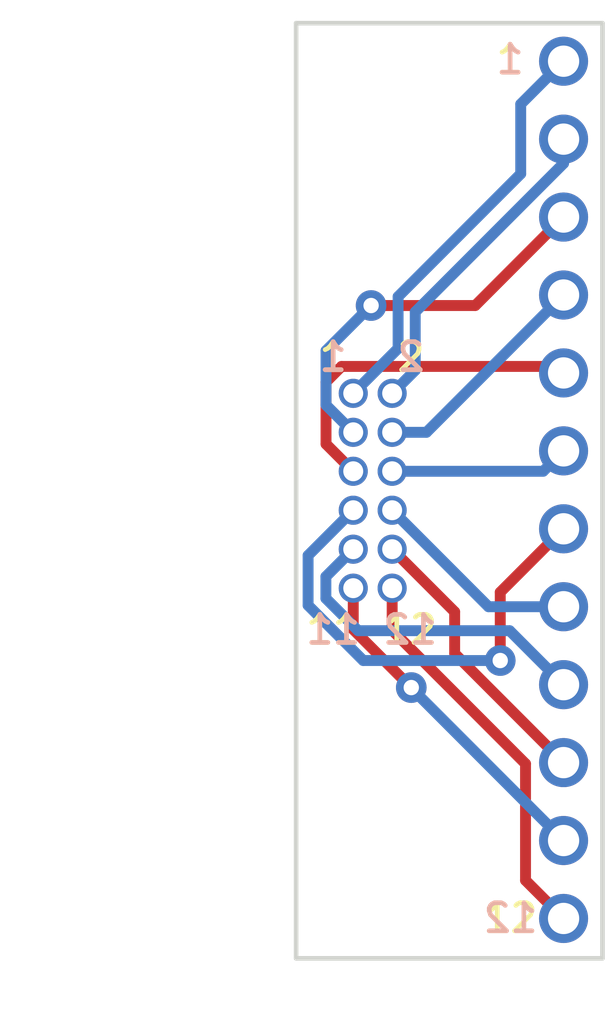
<source format=kicad_pcb>
(kicad_pcb (version 20171130) (host pcbnew "(5.1.6)-1")

  (general
    (thickness 1.6)
    (drawings 37)
    (tracks 50)
    (zones 0)
    (modules 4)
    (nets 13)
  )

  (page A4)
  (layers
    (0 F.Cu signal)
    (31 B.Cu signal)
    (32 B.Adhes user)
    (33 F.Adhes user)
    (34 B.Paste user)
    (35 F.Paste user)
    (36 B.SilkS user)
    (37 F.SilkS user)
    (38 B.Mask user)
    (39 F.Mask user)
    (40 Dwgs.User user)
    (41 Cmts.User user)
    (42 Eco1.User user)
    (43 Eco2.User user)
    (44 Edge.Cuts user)
    (45 Margin user)
    (46 B.CrtYd user)
    (47 F.CrtYd user hide)
    (48 B.Fab user)
    (49 F.Fab user hide)
  )

  (setup
    (last_trace_width 0.3556)
    (trace_clearance 0.2032)
    (zone_clearance 0.1524)
    (zone_45_only no)
    (trace_min 0.2)
    (via_size 1)
    (via_drill 0.5)
    (via_min_size 0.4)
    (via_min_drill 0.3)
    (uvia_size 0.3)
    (uvia_drill 0.1)
    (uvias_allowed no)
    (uvia_min_size 0.2)
    (uvia_min_drill 0.1)
    (edge_width 0.15)
    (segment_width 0.15)
    (pcb_text_width 0.3)
    (pcb_text_size 1.5 1.5)
    (mod_edge_width 0.15)
    (mod_text_size 1 1)
    (mod_text_width 0.15)
    (pad_size 3.2 3.2)
    (pad_drill 3.2)
    (pad_to_mask_clearance 0.2)
    (aux_axis_origin 0 0)
    (grid_origin 50 117.01)
    (visible_elements 7FFFFF7F)
    (pcbplotparams
      (layerselection 0x010f0_ffffffff)
      (usegerberextensions true)
      (usegerberattributes false)
      (usegerberadvancedattributes false)
      (creategerberjobfile false)
      (excludeedgelayer true)
      (linewidth 0.100000)
      (plotframeref false)
      (viasonmask false)
      (mode 1)
      (useauxorigin false)
      (hpglpennumber 1)
      (hpglpenspeed 20)
      (hpglpendiameter 15.000000)
      (psnegative false)
      (psa4output false)
      (plotreference true)
      (plotvalue true)
      (plotinvisibletext false)
      (padsonsilk false)
      (subtractmaskfromsilk true)
      (outputformat 1)
      (mirror false)
      (drillshape 0)
      (scaleselection 1)
      (outputdirectory "gerber/"))
  )

  (net 0 "")
  (net 1 /1)
  (net 2 /2)
  (net 3 /3)
  (net 4 /4)
  (net 5 /5)
  (net 6 /6)
  (net 7 /7)
  (net 8 /8)
  (net 9 /9)
  (net 10 /11)
  (net 11 /10)
  (net 12 /12)

  (net_class Default "これはデフォルトのネット クラスです。"
    (clearance 0.2032)
    (trace_width 0.3556)
    (via_dia 1)
    (via_drill 0.5)
    (uvia_dia 0.3)
    (uvia_drill 0.1)
    (add_net /1)
    (add_net /10)
    (add_net /11)
    (add_net /12)
    (add_net /2)
    (add_net /3)
    (add_net /4)
    (add_net /5)
    (add_net /6)
    (add_net /7)
    (add_net /8)
    (add_net /9)
  )

  (module user:USER_DILhalf_6X2_NoSilk (layer F.Cu) (tedit 5F2A9F39) (tstamp 5F2B1213)
    (at 52.5 132.25)
    (path /5C2842FE)
    (fp_text reference J1 (at 0 -4.445) (layer Dwgs.User) hide
      (effects (font (size 1.016 1.016) (thickness 0.1778)))
    )
    (fp_text value 1.27_2x6P (at 0 4.445) (layer Dwgs.User) hide
      (effects (font (size 0.9144 0.9144) (thickness 0.1524)))
    )
    (fp_line (start 2.5 6.91) (end 2.5 -6.91) (layer Dwgs.User) (width 0.15))
    (fp_line (start 2.5 -6.91) (end -2.5 -6.91) (layer Dwgs.User) (width 0.15))
    (fp_line (start -2.5 -6.91) (end -2.5 6.91) (layer Dwgs.User) (width 0.15))
    (fp_line (start -2.5 6.91) (end 2.5 6.91) (layer Dwgs.User) (width 0.15))
    (fp_line (start -1.27 -3.81) (end 1.27 -3.81) (layer Dwgs.User) (width 0.1))
    (fp_line (start -1.27 3.81) (end -1.27 -3.81) (layer Dwgs.User) (width 0.1))
    (fp_line (start 1.27 3.81) (end -1.27 3.81) (layer Dwgs.User) (width 0.1))
    (fp_line (start 1.27 -3.81) (end 1.27 3.81) (layer Dwgs.User) (width 0.1))
    (pad 1 thru_hole circle (at -0.635 -3.175) (size 0.95 0.95) (drill 0.65) (layers *.Cu *.Mask)
      (net 1 /1))
    (pad 2 thru_hole circle (at 0.635 -3.175) (size 0.95 0.95) (drill 0.65) (layers *.Cu *.Mask)
      (net 2 /2))
    (pad 3 thru_hole circle (at -0.635 -1.905) (size 0.95 0.95) (drill 0.65) (layers *.Cu *.Mask)
      (net 3 /3))
    (pad 4 thru_hole circle (at 0.635 -1.905) (size 0.95 0.95) (drill 0.65) (layers *.Cu *.Mask)
      (net 4 /4))
    (pad 5 thru_hole circle (at -0.635 -0.635) (size 0.95 0.95) (drill 0.65) (layers *.Cu *.Mask)
      (net 5 /5))
    (pad 6 thru_hole circle (at 0.635 -0.635) (size 0.95 0.95) (drill 0.65) (layers *.Cu *.Mask)
      (net 6 /6))
    (pad 7 thru_hole circle (at -0.635 0.635) (size 0.95 0.95) (drill 0.65) (layers *.Cu *.Mask)
      (net 7 /7))
    (pad 8 thru_hole circle (at 0.635 0.635) (size 0.95 0.95) (drill 0.65) (layers *.Cu *.Mask)
      (net 8 /8))
    (pad 9 thru_hole circle (at -0.635 1.905) (size 0.95 0.95) (drill 0.65) (layers *.Cu *.Mask)
      (net 9 /9))
    (pad 11 thru_hole circle (at -0.635 3.175) (size 0.95 0.95) (drill 0.65) (layers *.Cu *.Mask)
      (net 10 /11))
    (pad 10 thru_hole circle (at 0.635 1.905) (size 0.95 0.95) (drill 0.65) (layers *.Cu *.Mask)
      (net 11 /10))
    (pad 12 thru_hole circle (at 0.635 3.175) (size 0.95 0.95) (drill 0.65) (layers *.Cu *.Mask)
      (net 12 /12))
  )

  (module user:USER_SIL-12_NoSilk (layer F.Cu) (tedit 5F2AA7C7) (tstamp 5F2B122A)
    (at 58.73 132.22 270)
    (descr "Connecteur 3 pins")
    (tags "CONN DEV")
    (path /5C285000)
    (fp_text reference J2 (at 0 -2.54 90) (layer Dwgs.User) hide
      (effects (font (size 1.016 1.016) (thickness 0.1778)))
    )
    (fp_text value 2.54_1x12P (at 0 2.54 90) (layer Dwgs.User) hide
      (effects (font (size 1.016 1.016) (thickness 0.1778)))
    )
    (fp_line (start 15.24 1.27) (end -15.24 1.27) (layer Dwgs.User) (width 0.3048))
    (fp_line (start 15.24 -1.27) (end 15.24 1.27) (layer Dwgs.User) (width 0.3048))
    (fp_line (start -15.24 -1.27) (end 15.24 -1.27) (layer Dwgs.User) (width 0.3048))
    (fp_line (start -15.24 1.27) (end -15.24 -1.27) (layer Dwgs.User) (width 0.3048))
    (pad 12 thru_hole circle (at 13.97 0 270) (size 1.6 1.6) (drill 1.02) (layers *.Cu *.Mask)
      (net 12 /12))
    (pad 11 thru_hole circle (at 11.43 0 270) (size 1.6 1.6) (drill 1.02) (layers *.Cu *.Mask)
      (net 10 /11))
    (pad 2 thru_hole circle (at -11.43 0 270) (size 1.6 1.6) (drill 1.02) (layers *.Cu *.Mask)
      (net 2 /2))
    (pad 3 thru_hole circle (at -8.89 0 270) (size 1.6 1.6) (drill 1.02) (layers *.Cu *.Mask)
      (net 3 /3))
    (pad 4 thru_hole circle (at -6.35 0 270) (size 1.6 1.6) (drill 1.02) (layers *.Cu *.Mask)
      (net 4 /4))
    (pad 5 thru_hole circle (at -3.81 0 270) (size 1.6 1.6) (drill 1.02) (layers *.Cu *.Mask)
      (net 5 /5))
    (pad 6 thru_hole circle (at -1.27 0 270) (size 1.6 1.6) (drill 1.02) (layers *.Cu *.Mask)
      (net 6 /6))
    (pad 7 thru_hole circle (at 1.27 0 270) (size 1.6 1.6) (drill 1.02) (layers *.Cu *.Mask)
      (net 7 /7))
    (pad 1 thru_hole circle (at -13.97 0 270) (size 1.6 1.6) (drill 1.02) (layers *.Cu *.Mask)
      (net 1 /1))
    (pad 8 thru_hole circle (at 3.81 0 270) (size 1.6 1.6) (drill 1.02) (layers *.Cu *.Mask)
      (net 8 /8))
    (pad 9 thru_hole circle (at 6.35 0 270) (size 1.6 1.6) (drill 1.02) (layers *.Cu *.Mask)
      (net 9 /9))
    (pad 10 thru_hole circle (at 8.89 0 270) (size 1.6 1.6) (drill 1.02) (layers *.Cu *.Mask)
      (net 11 /10))
  )

  (module MountingHole:MountingHole_3.2mm_M3 (layer F.Cu) (tedit 56D1B4CB) (tstamp 5F2B1492)
    (at 53.5 119.73)
    (descr "Mounting Hole 3.2mm, no annular, M3")
    (tags "mounting hole 3.2mm no annular m3")
    (path /5F2AEC3D)
    (attr virtual)
    (fp_text reference H1 (at 0 -4.2) (layer Dwgs.User) hide
      (effects (font (size 1 1) (thickness 0.15)))
    )
    (fp_text value MountingHole (at 0 4.2) (layer F.Fab) hide
      (effects (font (size 1 1) (thickness 0.15)))
    )
    (fp_circle (center 0 0) (end 3.2 0) (layer Cmts.User) (width 0.15))
    (fp_circle (center 0 0) (end 3.45 0) (layer F.CrtYd) (width 0.05))
    (fp_text user %R (at 0.3 0) (layer F.Fab)
      (effects (font (size 1 1) (thickness 0.15)))
    )
    (pad 1 np_thru_hole circle (at 0 0) (size 3.2 3.2) (drill 3.2) (layers *.Cu *.Mask))
  )

  (module MountingHole:MountingHole_3.2mm_M3 (layer F.Cu) (tedit 56D1B4CB) (tstamp 5F2B149A)
    (at 53.5 144.73)
    (descr "Mounting Hole 3.2mm, no annular, M3")
    (tags "mounting hole 3.2mm no annular m3")
    (path /5F2AF2D5)
    (attr virtual)
    (fp_text reference H2 (at 0 -4.2) (layer Dwgs.User) hide
      (effects (font (size 1 1) (thickness 0.15)))
    )
    (fp_text value MountingHole (at 0 4.2) (layer F.Fab) hide
      (effects (font (size 1 1) (thickness 0.15)))
    )
    (fp_circle (center 0 0) (end 3.45 0) (layer F.CrtYd) (width 0.05))
    (fp_circle (center 0 0) (end 3.2 0) (layer Cmts.User) (width 0.15))
    (fp_text user %R (at 0.3 0) (layer F.Fab)
      (effects (font (size 1 1) (thickness 0.15)))
    )
    (pad 1 np_thru_hole circle (at 0 0) (size 3.2 3.2) (drill 3.2) (layers *.Cu *.Mask))
  )

  (dimension 30.48 (width 0.15) (layer Dwgs.User)
    (gr_text "30.480 mm" (at 46.922001 132.25 270) (layer Dwgs.User)
      (effects (font (size 1 1) (thickness 0.15)))
    )
    (feature1 (pts (xy 50 147.49) (xy 47.63558 147.49)))
    (feature2 (pts (xy 50 117.01) (xy 47.63558 117.01)))
    (crossbar (pts (xy 48.222001 117.01) (xy 48.222001 147.49)))
    (arrow1a (pts (xy 48.222001 147.49) (xy 47.63558 146.363496)))
    (arrow1b (pts (xy 48.222001 147.49) (xy 48.808422 146.363496)))
    (arrow2a (pts (xy 48.222001 117.01) (xy 47.63558 118.136504)))
    (arrow2b (pts (xy 48.222001 117.01) (xy 48.808422 118.136504)))
  )
  (dimension 25 (width 0.15) (layer Dwgs.User)
    (gr_text "25.000 mm" (at 44.001 132.23 90) (layer Dwgs.User)
      (effects (font (size 1 1) (thickness 0.15)))
    )
    (feature1 (pts (xy 53.5 119.73) (xy 44.714579 119.73)))
    (feature2 (pts (xy 53.5 144.73) (xy 44.714579 144.73)))
    (crossbar (pts (xy 45.301 144.73) (xy 45.301 119.73)))
    (arrow1a (pts (xy 45.301 119.73) (xy 45.887421 120.856504)))
    (arrow1b (pts (xy 45.301 119.73) (xy 44.714579 120.856504)))
    (arrow2a (pts (xy 45.301 144.73) (xy 45.887421 143.603496)))
    (arrow2b (pts (xy 45.301 144.73) (xy 44.714579 143.603496)))
  )
  (dimension 10.000045 (width 0.15) (layer Dwgs.User)
    (gr_text 10 (at 55.0084 150.275144 0.2) (layer Dwgs.User)
      (effects (font (size 1 1) (thickness 0.15)))
    )
    (feature1 (pts (xy 60 147.46) (xy 60.00626 149.546568)))
    (feature2 (pts (xy 50 147.49) (xy 50.00626 149.576568)))
    (crossbar (pts (xy 50.0045 148.99015) (xy 60.0045 148.96015)))
    (arrow1a (pts (xy 60.0045 148.96015) (xy 58.879761 149.549948)))
    (arrow1b (pts (xy 60.0045 148.96015) (xy 58.876242 148.377111)))
    (arrow2a (pts (xy 50.0045 148.99015) (xy 51.132758 149.573189)))
    (arrow2b (pts (xy 50.0045 148.99015) (xy 51.129239 148.400352)))
  )
  (gr_text 2.5 (at 51.308 138.43) (layer Dwgs.User)
    (effects (font (size 1 1) (thickness 0.15)))
  )
  (gr_line (start 52.49 138.238) (end 53.02 137.728) (angle 90) (layer F.CrtYd) (width 0.1) (tstamp 5F2B1F60))
  (gr_line (start 52.49 138.238) (end 53.04 138.768) (angle 90) (layer F.CrtYd) (width 0.1) (tstamp 5F2B1F5A))
  (gr_line (start 52.5 138.238) (end 54.28 138.238) (angle 90) (layer F.CrtYd) (width 0.1) (tstamp 5F2B1F63))
  (gr_line (start 50 138.248) (end 49.6 137.848) (angle 90) (layer F.CrtYd) (width 0.1) (tstamp 5F2B1F57))
  (gr_line (start 50.01 138.238) (end 49.6 138.628) (angle 90) (layer F.CrtYd) (width 0.1) (tstamp 5F2B1F54))
  (gr_line (start 50 138.238) (end 48.26 138.238) (angle 90) (layer F.CrtYd) (width 0.1) (tstamp 5F2B1F5D))
  (gr_line (start 50 132.22) (end 50 138.303) (angle 90) (layer F.CrtYd) (width 0.1))
  (gr_line (start 52.5 132.22) (end 52.5 138.303) (angle 90) (layer F.CrtYd) (width 0.1))
  (gr_text 1.27 (at 59.436 114.3) (layer F.CrtYd) (tstamp 5F2B1F97)
    (effects (font (size 1.016 1.016) (thickness 0.1778)))
  )
  (gr_line (start 60.01 115.811) (end 60.31 116.141) (angle 90) (layer F.CrtYd) (width 0.1) (tstamp 5F2B1FA9))
  (gr_line (start 60.03 115.831) (end 60.3 115.531) (angle 90) (layer F.CrtYd) (width 0.1) (tstamp 5F2B1FA0))
  (gr_line (start 60.01 115.821) (end 60.9 115.821) (angle 90) (layer F.CrtYd) (width 0.1) (tstamp 5F2B1F9D))
  (gr_line (start 58.73 115.821) (end 58.46 115.541) (angle 90) (layer F.CrtYd) (width 0.1) (tstamp 5F2B1FA6))
  (gr_line (start 58.73 115.821) (end 58.44 116.131) (angle 90) (layer F.CrtYd) (width 0.1) (tstamp 5F2B1F9A))
  (gr_line (start 58.72 115.821) (end 57.73 115.821) (angle 90) (layer F.CrtYd) (width 0.1) (tstamp 5F2B1FA3))
  (gr_line (start 60 118.237) (end 60 115.027) (angle 90) (layer F.CrtYd) (width 0.1))
  (gr_line (start 58.73 118.237) (end 58.73 115.027) (angle 90) (layer F.CrtYd) (width 0.1))
  (gr_line (start 50 147.49) (end 60 147.49) (angle 90) (layer Edge.Cuts) (width 0.15))
  (gr_line (start 50 117.01) (end 60 117.01) (angle 90) (layer Edge.Cuts) (width 0.15))
  (gr_line (start 50 117.01) (end 50 147.49) (angle 90) (layer Edge.Cuts) (width 0.15) (tstamp 5C285847))
  (gr_line (start 60 147.49) (end 60 117.01) (angle 90) (layer Edge.Cuts) (width 0.15) (tstamp 5C285845))
  (gr_text 1 (at 51.21 127.889) (layer F.SilkS) (tstamp 5C285843)
    (effects (font (size 0.9144 0.9144) (thickness 0.1524)))
  )
  (gr_text 2 (at 53.75 127.889) (layer F.SilkS) (tstamp 5C285842)
    (effects (font (size 0.9144 0.9144) (thickness 0.1524)))
  )
  (gr_text 11 (at 51.21 136.779) (layer F.SilkS) (tstamp 5C285841)
    (effects (font (size 0.9144 0.9144) (thickness 0.1524)))
  )
  (gr_text 12 (at 53.721 136.779) (layer F.SilkS) (tstamp 5F2B13AF)
    (effects (font (size 0.9144 0.9144) (thickness 0.1524)))
  )
  (gr_text 1 (at 56.985 118.193) (layer F.SilkS) (tstamp 5F2B1EF6)
    (effects (font (size 0.9144 0.9144) (thickness 0.1524)))
  )
  (gr_text 12 (at 57 146.177) (layer F.SilkS) (tstamp 5C28583E)
    (effects (font (size 0.9144 0.9144) (thickness 0.1524)))
  )
  (gr_text 1 (at 56.985 118.193) (layer B.SilkS) (tstamp 5C28583D)
    (effects (font (size 0.9144 0.9144) (thickness 0.1524)) (justify mirror))
  )
  (gr_text 12 (at 57 146.177) (layer B.SilkS) (tstamp 5F2B1EEF)
    (effects (font (size 0.9144 0.9144) (thickness 0.1524)) (justify mirror))
  )
  (gr_text 2 (at 53.75 127.889) (layer B.SilkS) (tstamp 5F2B1DCE)
    (effects (font (size 0.9144 0.9144) (thickness 0.1524)) (justify mirror))
  )
  (gr_text 1 (at 51.21 127.889) (layer B.SilkS) (tstamp 5C28583A)
    (effects (font (size 0.9144 0.9144) (thickness 0.1524)) (justify mirror))
  )
  (gr_text 11 (at 51.21 136.779) (layer B.SilkS) (tstamp 5C285839)
    (effects (font (size 0.9144 0.9144) (thickness 0.1524)) (justify mirror))
  )
  (gr_text 12 (at 53.721 136.779) (layer B.SilkS) (tstamp 5C285838)
    (effects (font (size 0.9144 0.9144) (thickness 0.1524)) (justify mirror))
  )

  (segment (start 51.865 129.075) (end 53.3291 127.6109) (width 0.3556) (layer B.Cu) (net 1))
  (segment (start 53.3291 127.6109) (end 53.3291 125.9227) (width 0.3556) (layer B.Cu) (net 1))
  (segment (start 53.3291 125.9227) (end 57.3315 121.9203) (width 0.3556) (layer B.Cu) (net 1))
  (segment (start 57.3315 121.9203) (end 57.3315 119.6485) (width 0.3556) (layer B.Cu) (net 1))
  (segment (start 57.3315 119.6485) (end 58.73 118.25) (width 0.3556) (layer B.Cu) (net 1))
  (segment (start 53.135 129.075) (end 53.8882 128.3218) (width 0.3556) (layer B.Cu) (net 2))
  (segment (start 53.8882 128.3218) (end 53.8882 126.4224) (width 0.3556) (layer B.Cu) (net 2))
  (segment (start 53.8882 126.4224) (end 58.73 121.5806) (width 0.3556) (layer B.Cu) (net 2))
  (segment (start 58.73 121.5806) (end 58.73 120.79) (width 0.3556) (layer B.Cu) (net 2))
  (segment (start 52.4478 126.2132) (end 50.9767 127.6843) (width 0.3556) (layer B.Cu) (net 3))
  (segment (start 50.9767 127.6843) (end 50.9767 129.4567) (width 0.3556) (layer B.Cu) (net 3))
  (segment (start 50.9767 129.4567) (end 51.865 130.345) (width 0.3556) (layer B.Cu) (net 3))
  (segment (start 58.73 123.33) (end 55.8468 126.2132) (width 0.3556) (layer F.Cu) (net 3))
  (segment (start 55.8468 126.2132) (end 52.4478 126.2132) (width 0.3556) (layer F.Cu) (net 3))
  (via (at 52.4478 126.2132) (size 1) (layers F.Cu B.Cu) (net 3))
  (segment (start 58.73 125.87) (end 54.255 130.345) (width 0.3556) (layer B.Cu) (net 4))
  (segment (start 54.255 130.345) (end 53.135 130.345) (width 0.3556) (layer B.Cu) (net 4))
  (segment (start 58.73 128.41) (end 58.5181 128.1981) (width 0.3556) (layer F.Cu) (net 5))
  (segment (start 58.5181 128.1981) (end 51.4822 128.1981) (width 0.3556) (layer F.Cu) (net 5))
  (segment (start 51.4822 128.1981) (end 50.9767 128.7036) (width 0.3556) (layer F.Cu) (net 5))
  (segment (start 50.9767 128.7036) (end 50.9767 130.7267) (width 0.3556) (layer F.Cu) (net 5))
  (segment (start 50.9767 130.7267) (end 51.865 131.615) (width 0.3556) (layer F.Cu) (net 5))
  (segment (start 58.73 130.95) (end 58.065 131.615) (width 0.3556) (layer B.Cu) (net 6))
  (segment (start 58.065 131.615) (end 53.135 131.615) (width 0.3556) (layer B.Cu) (net 6))
  (segment (start 58.73 133.49) (end 56.6628 135.5572) (width 0.3556) (layer F.Cu) (net 7))
  (segment (start 56.6628 135.5572) (end 56.6628 137.7834) (width 0.3556) (layer F.Cu) (net 7))
  (segment (start 51.865 132.885) (end 50.3914 134.3586) (width 0.3556) (layer B.Cu) (net 7))
  (segment (start 50.3914 134.3586) (end 50.3914 135.9835) (width 0.3556) (layer B.Cu) (net 7))
  (segment (start 50.3914 135.9835) (end 52.1913 137.7834) (width 0.3556) (layer B.Cu) (net 7))
  (segment (start 52.1913 137.7834) (end 56.6628 137.7834) (width 0.3556) (layer B.Cu) (net 7))
  (via (at 56.6628 137.7834) (size 1) (layers F.Cu B.Cu) (net 7))
  (segment (start 58.73 136.03) (end 56.28 136.03) (width 0.3556) (layer B.Cu) (net 8))
  (segment (start 56.28 136.03) (end 53.135 132.885) (width 0.3556) (layer B.Cu) (net 8))
  (segment (start 58.73 138.57) (end 56.9711 136.8111) (width 0.3556) (layer B.Cu) (net 9))
  (segment (start 56.9711 136.8111) (end 52.025 136.8111) (width 0.3556) (layer B.Cu) (net 9))
  (segment (start 52.025 136.8111) (end 50.9723 135.7584) (width 0.3556) (layer B.Cu) (net 9))
  (segment (start 50.9723 135.7584) (end 50.9723 135.0477) (width 0.3556) (layer B.Cu) (net 9))
  (segment (start 50.9723 135.0477) (end 51.865 134.155) (width 0.3556) (layer B.Cu) (net 9))
  (segment (start 53.7592 138.6647) (end 51.865 136.7705) (width 0.3556) (layer F.Cu) (net 10))
  (segment (start 51.865 136.7705) (end 51.865 135.425) (width 0.3556) (layer F.Cu) (net 10))
  (segment (start 58.73 143.65) (end 53.7592 138.6792) (width 0.3556) (layer B.Cu) (net 10))
  (segment (start 53.7592 138.6792) (end 53.7592 138.6647) (width 0.3556) (layer B.Cu) (net 10))
  (via (at 53.7592 138.6647) (size 1) (layers F.Cu B.Cu) (net 10))
  (segment (start 58.73 141.11) (end 55.1752 137.5552) (width 0.3556) (layer F.Cu) (net 11))
  (segment (start 55.1752 137.5552) (end 55.1752 136.1952) (width 0.3556) (layer F.Cu) (net 11))
  (segment (start 55.1752 136.1952) (end 53.135 134.155) (width 0.3556) (layer F.Cu) (net 11))
  (segment (start 58.73 146.19) (end 57.4883 144.9483) (width 0.3556) (layer F.Cu) (net 12))
  (segment (start 57.4883 144.9483) (end 57.4883 141.1475) (width 0.3556) (layer F.Cu) (net 12))
  (segment (start 57.4883 141.1475) (end 53.135 136.7942) (width 0.3556) (layer F.Cu) (net 12))
  (segment (start 53.135 136.7942) (end 53.135 135.425) (width 0.3556) (layer F.Cu) (net 12))

  (zone (net 0) (net_name "") (layers F&B.Cu) (tstamp 0) (hatch edge 0.508)
    (connect_pads (clearance 0.1524))
    (min_thickness 0.254)
    (keepout (tracks not_allowed) (vias not_allowed) (copperpour allowed))
    (fill (arc_segments 32) (thermal_gap 0.508) (thermal_bridge_width 0.508))
    (polygon
      (pts
        (xy 56.75 142.8) (xy 56.75 145.3) (xy 54.75 147.55) (xy 50 147.49) (xy 50 140.8)
        (xy 54.75 140.8)
      )
    )
  )
  (zone (net 0) (net_name "") (layers F&B.Cu) (tstamp 0) (hatch edge 0.508)
    (connect_pads (clearance 0.1524))
    (min_thickness 0.254)
    (keepout (tracks not_allowed) (vias not_allowed) (copperpour allowed))
    (fill (arc_segments 32) (thermal_gap 0.508) (thermal_bridge_width 0.508))
    (polygon
      (pts
        (xy 56.75 120.55) (xy 56.75 121.8) (xy 54.75 123.8) (xy 50 123.8) (xy 50 117.05)
        (xy 56.5 117.05)
      )
    )
  )
)

</source>
